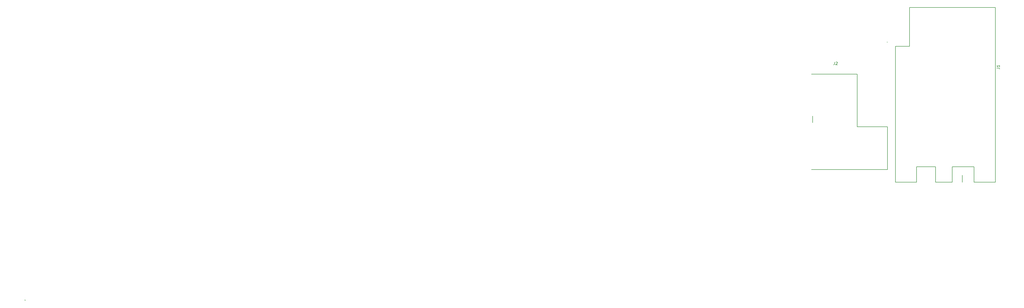
<source format=gto>
G04 #@! TF.FileFunction,Legend,Top*
%FSLAX46Y46*%
G04 Gerber Fmt 4.6, Leading zero omitted, Abs format (unit mm)*
G04 Created by KiCad (PCBNEW 4.0.7) date 12/01/19 12:15:33*
%MOMM*%
%LPD*%
G01*
G04 APERTURE LIST*
%ADD10C,0.100000*%
%ADD11C,0.200000*%
%ADD12C,0.150000*%
G04 APERTURE END LIST*
D10*
D11*
X-127406400Y-156260800D02*
X-127406400Y-156159200D01*
X-127406400Y-156159200D02*
X-127609600Y-156159200D01*
D12*
X194310000Y-113436400D02*
X186690000Y-113436400D01*
X207137000Y-113436400D02*
X201168000Y-113436400D01*
X207137000Y-107848400D02*
X215011000Y-107848400D01*
X215011000Y-107848400D02*
X215011000Y-113436400D01*
X215011000Y-113436400D02*
X222758000Y-113436400D01*
X207137000Y-107848400D02*
X207137000Y-113436400D01*
X194310000Y-107848400D02*
X201168000Y-107848400D01*
X201168000Y-107848400D02*
X201168000Y-113436400D01*
X194310000Y-107848400D02*
X194310000Y-113436400D01*
X191770000Y-50190400D02*
X222758000Y-50190400D01*
X186690000Y-64287400D02*
X186690000Y-113436400D01*
X191770000Y-64287400D02*
X191770000Y-50190400D01*
X191770000Y-64287400D02*
X186690000Y-64287400D01*
X210820000Y-113436400D02*
X210820000Y-110896400D01*
X222758000Y-50190400D02*
X222758000Y-113436400D01*
X222758000Y-77470000D02*
X222758000Y-77622400D01*
X183743600Y-93370400D02*
X183743600Y-108864400D01*
X183743600Y-108864400D02*
X156311600Y-108864400D01*
X172872400Y-74320400D02*
X172872400Y-93370400D01*
X172872400Y-93370400D02*
X183743600Y-93370400D01*
X163931600Y-74320400D02*
X156311600Y-74320400D01*
X156311600Y-74320400D02*
X172872400Y-74320400D01*
X156768800Y-89509600D02*
X156768800Y-91897200D01*
X183591200Y-62788800D02*
X183743600Y-62788800D01*
X223226381Y-72113733D02*
X223940667Y-72113733D01*
X224083524Y-72161353D01*
X224178762Y-72256591D01*
X224226381Y-72399448D01*
X224226381Y-72494686D01*
X224226381Y-71113733D02*
X224226381Y-71685162D01*
X224226381Y-71399448D02*
X223226381Y-71399448D01*
X223369238Y-71494686D01*
X223464476Y-71589924D01*
X223512095Y-71685162D01*
X164715867Y-69962781D02*
X164715867Y-70677067D01*
X164668247Y-70819924D01*
X164573009Y-70915162D01*
X164430152Y-70962781D01*
X164334914Y-70962781D01*
X165144438Y-70058019D02*
X165192057Y-70010400D01*
X165287295Y-69962781D01*
X165525391Y-69962781D01*
X165620629Y-70010400D01*
X165668248Y-70058019D01*
X165715867Y-70153257D01*
X165715867Y-70248495D01*
X165668248Y-70391352D01*
X165096819Y-70962781D01*
X165715867Y-70962781D01*
M02*

</source>
